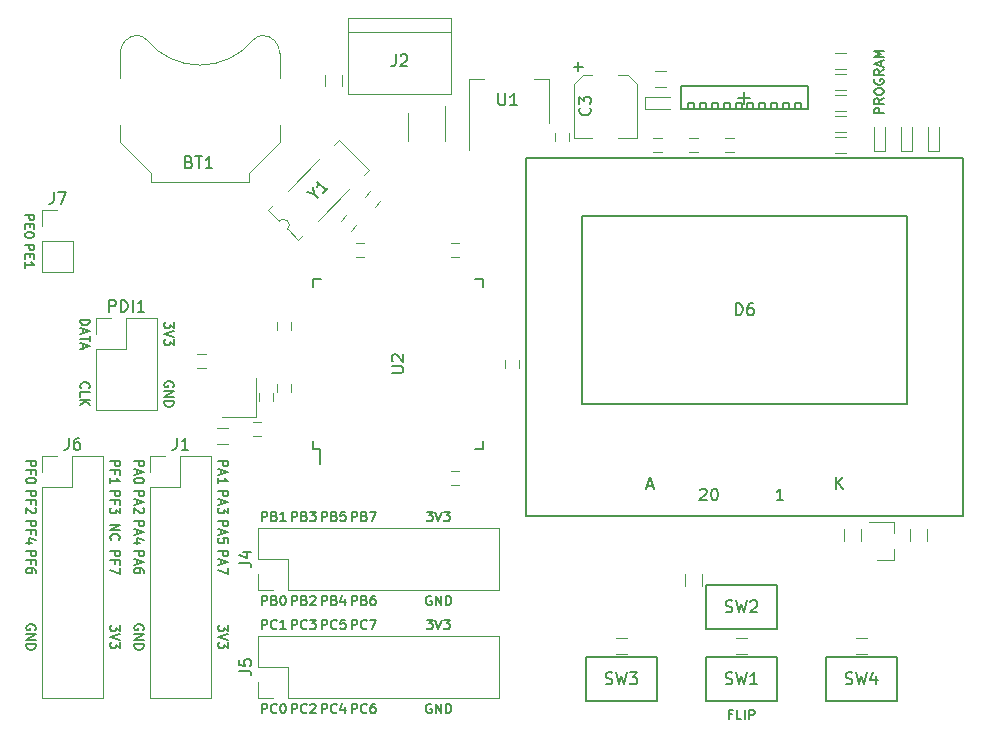
<source format=gbr>
G04 #@! TF.GenerationSoftware,KiCad,Pcbnew,(5.0.0-rc2-dev-311-g1dd4af297)*
G04 #@! TF.CreationDate,2018-04-09T10:09:18+02:00*
G04 #@! TF.ProjectId,DopplerXmega,446F70706C6572586D6567612E6B6963,rev?*
G04 #@! TF.SameCoordinates,PX6d01460PY3dc4fd0*
G04 #@! TF.FileFunction,Legend,Top*
G04 #@! TF.FilePolarity,Positive*
%FSLAX46Y46*%
G04 Gerber Fmt 4.6, Leading zero omitted, Abs format (unit mm)*
G04 Created by KiCad (PCBNEW (5.0.0-rc2-dev-311-g1dd4af297)) date 04/09/18 10:09:18*
%MOMM*%
%LPD*%
G01*
G04 APERTURE LIST*
%ADD10C,0.200000*%
%ADD11C,0.150000*%
%ADD12C,0.120000*%
G04 APERTURE END LIST*
D10*
X77577904Y-7962571D02*
X76777904Y-7962571D01*
X76777904Y-7657809D01*
X76816000Y-7581619D01*
X76854095Y-7543523D01*
X76930285Y-7505428D01*
X77044571Y-7505428D01*
X77120761Y-7543523D01*
X77158857Y-7581619D01*
X77196952Y-7657809D01*
X77196952Y-7962571D01*
X77577904Y-6705428D02*
X77196952Y-6972095D01*
X77577904Y-7162571D02*
X76777904Y-7162571D01*
X76777904Y-6857809D01*
X76816000Y-6781619D01*
X76854095Y-6743523D01*
X76930285Y-6705428D01*
X77044571Y-6705428D01*
X77120761Y-6743523D01*
X77158857Y-6781619D01*
X77196952Y-6857809D01*
X77196952Y-7162571D01*
X76777904Y-6210190D02*
X76777904Y-6057809D01*
X76816000Y-5981619D01*
X76892190Y-5905428D01*
X77044571Y-5867333D01*
X77311238Y-5867333D01*
X77463619Y-5905428D01*
X77539809Y-5981619D01*
X77577904Y-6057809D01*
X77577904Y-6210190D01*
X77539809Y-6286380D01*
X77463619Y-6362571D01*
X77311238Y-6400666D01*
X77044571Y-6400666D01*
X76892190Y-6362571D01*
X76816000Y-6286380D01*
X76777904Y-6210190D01*
X76816000Y-5105428D02*
X76777904Y-5181619D01*
X76777904Y-5295904D01*
X76816000Y-5410190D01*
X76892190Y-5486380D01*
X76968380Y-5524476D01*
X77120761Y-5562571D01*
X77235047Y-5562571D01*
X77387428Y-5524476D01*
X77463619Y-5486380D01*
X77539809Y-5410190D01*
X77577904Y-5295904D01*
X77577904Y-5219714D01*
X77539809Y-5105428D01*
X77501714Y-5067333D01*
X77235047Y-5067333D01*
X77235047Y-5219714D01*
X77577904Y-4267333D02*
X77196952Y-4534000D01*
X77577904Y-4724476D02*
X76777904Y-4724476D01*
X76777904Y-4419714D01*
X76816000Y-4343523D01*
X76854095Y-4305428D01*
X76930285Y-4267333D01*
X77044571Y-4267333D01*
X77120761Y-4305428D01*
X77158857Y-4343523D01*
X77196952Y-4419714D01*
X77196952Y-4724476D01*
X77349333Y-3962571D02*
X77349333Y-3581619D01*
X77577904Y-4038761D02*
X76777904Y-3772095D01*
X77577904Y-3505428D01*
X77577904Y-3238761D02*
X76777904Y-3238761D01*
X77349333Y-2972095D01*
X76777904Y-2705428D01*
X77577904Y-2705428D01*
X64732000Y-58870857D02*
X64465333Y-58870857D01*
X64465333Y-59289904D02*
X64465333Y-58489904D01*
X64846285Y-58489904D01*
X65532000Y-59289904D02*
X65151047Y-59289904D01*
X65151047Y-58489904D01*
X65798666Y-59289904D02*
X65798666Y-58489904D01*
X66179619Y-59289904D02*
X66179619Y-58489904D01*
X66484380Y-58489904D01*
X66560571Y-58528000D01*
X66598666Y-58566095D01*
X66636761Y-58642285D01*
X66636761Y-58756571D01*
X66598666Y-58832761D01*
X66560571Y-58870857D01*
X66484380Y-58908952D01*
X66179619Y-58908952D01*
X9620285Y-31273809D02*
X9582190Y-31235714D01*
X9544095Y-31121428D01*
X9544095Y-31045238D01*
X9582190Y-30930952D01*
X9658380Y-30854761D01*
X9734571Y-30816666D01*
X9886952Y-30778571D01*
X10001238Y-30778571D01*
X10153619Y-30816666D01*
X10229809Y-30854761D01*
X10306000Y-30930952D01*
X10344095Y-31045238D01*
X10344095Y-31121428D01*
X10306000Y-31235714D01*
X10267904Y-31273809D01*
X9544095Y-31997619D02*
X9544095Y-31616666D01*
X10344095Y-31616666D01*
X9544095Y-32264285D02*
X10344095Y-32264285D01*
X9544095Y-32721428D02*
X10001238Y-32378571D01*
X10344095Y-32721428D02*
X9886952Y-32264285D01*
X9544095Y-25470000D02*
X10344095Y-25470000D01*
X10344095Y-25660476D01*
X10306000Y-25774761D01*
X10229809Y-25850952D01*
X10153619Y-25889047D01*
X10001238Y-25927142D01*
X9886952Y-25927142D01*
X9734571Y-25889047D01*
X9658380Y-25850952D01*
X9582190Y-25774761D01*
X9544095Y-25660476D01*
X9544095Y-25470000D01*
X9772666Y-26231904D02*
X9772666Y-26612857D01*
X9544095Y-26155714D02*
X10344095Y-26422380D01*
X9544095Y-26689047D01*
X10344095Y-26841428D02*
X10344095Y-27298571D01*
X9544095Y-27070000D02*
X10344095Y-27070000D01*
X9772666Y-27527142D02*
X9772666Y-27908095D01*
X9544095Y-27450952D02*
X10344095Y-27717619D01*
X9544095Y-27984285D01*
X17418000Y-31140476D02*
X17456095Y-31064285D01*
X17456095Y-30950000D01*
X17418000Y-30835714D01*
X17341809Y-30759523D01*
X17265619Y-30721428D01*
X17113238Y-30683333D01*
X16998952Y-30683333D01*
X16846571Y-30721428D01*
X16770380Y-30759523D01*
X16694190Y-30835714D01*
X16656095Y-30950000D01*
X16656095Y-31026190D01*
X16694190Y-31140476D01*
X16732285Y-31178571D01*
X16998952Y-31178571D01*
X16998952Y-31026190D01*
X16656095Y-31521428D02*
X17456095Y-31521428D01*
X16656095Y-31978571D01*
X17456095Y-31978571D01*
X16656095Y-32359523D02*
X17456095Y-32359523D01*
X17456095Y-32550000D01*
X17418000Y-32664285D01*
X17341809Y-32740476D01*
X17265619Y-32778571D01*
X17113238Y-32816666D01*
X16998952Y-32816666D01*
X16846571Y-32778571D01*
X16770380Y-32740476D01*
X16694190Y-32664285D01*
X16656095Y-32550000D01*
X16656095Y-32359523D01*
X17456095Y-25679523D02*
X17456095Y-26174761D01*
X17151333Y-25908095D01*
X17151333Y-26022380D01*
X17113238Y-26098571D01*
X17075142Y-26136666D01*
X16998952Y-26174761D01*
X16808476Y-26174761D01*
X16732285Y-26136666D01*
X16694190Y-26098571D01*
X16656095Y-26022380D01*
X16656095Y-25793809D01*
X16694190Y-25717619D01*
X16732285Y-25679523D01*
X17456095Y-26403333D02*
X16656095Y-26670000D01*
X17456095Y-26936666D01*
X17456095Y-27127142D02*
X17456095Y-27622380D01*
X17151333Y-27355714D01*
X17151333Y-27470000D01*
X17113238Y-27546190D01*
X17075142Y-27584285D01*
X16998952Y-27622380D01*
X16808476Y-27622380D01*
X16732285Y-27584285D01*
X16694190Y-27546190D01*
X16656095Y-27470000D01*
X16656095Y-27241428D01*
X16694190Y-27165238D01*
X16732285Y-27127142D01*
X4845095Y-19113619D02*
X5645095Y-19113619D01*
X5645095Y-19418380D01*
X5607000Y-19494571D01*
X5568904Y-19532666D01*
X5492714Y-19570761D01*
X5378428Y-19570761D01*
X5302238Y-19532666D01*
X5264142Y-19494571D01*
X5226047Y-19418380D01*
X5226047Y-19113619D01*
X5264142Y-19913619D02*
X5264142Y-20180285D01*
X4845095Y-20294571D02*
X4845095Y-19913619D01*
X5645095Y-19913619D01*
X5645095Y-20294571D01*
X4845095Y-21056476D02*
X4845095Y-20599333D01*
X4845095Y-20827904D02*
X5645095Y-20827904D01*
X5530809Y-20751714D01*
X5454619Y-20675523D01*
X5416523Y-20599333D01*
X4845095Y-16573619D02*
X5645095Y-16573619D01*
X5645095Y-16878380D01*
X5607000Y-16954571D01*
X5568904Y-16992666D01*
X5492714Y-17030761D01*
X5378428Y-17030761D01*
X5302238Y-16992666D01*
X5264142Y-16954571D01*
X5226047Y-16878380D01*
X5226047Y-16573619D01*
X5264142Y-17373619D02*
X5264142Y-17640285D01*
X4845095Y-17754571D02*
X4845095Y-17373619D01*
X5645095Y-17373619D01*
X5645095Y-17754571D01*
X5645095Y-18249809D02*
X5645095Y-18326000D01*
X5607000Y-18402190D01*
X5568904Y-18440285D01*
X5492714Y-18478380D01*
X5340333Y-18516476D01*
X5149857Y-18516476D01*
X4997476Y-18478380D01*
X4921285Y-18440285D01*
X4883190Y-18402190D01*
X4845095Y-18326000D01*
X4845095Y-18249809D01*
X4883190Y-18173619D01*
X4921285Y-18135523D01*
X4997476Y-18097428D01*
X5149857Y-18059333D01*
X5340333Y-18059333D01*
X5492714Y-18097428D01*
X5568904Y-18135523D01*
X5607000Y-18173619D01*
X5645095Y-18249809D01*
X12884095Y-51333523D02*
X12884095Y-51828761D01*
X12579333Y-51562095D01*
X12579333Y-51676380D01*
X12541238Y-51752571D01*
X12503142Y-51790666D01*
X12426952Y-51828761D01*
X12236476Y-51828761D01*
X12160285Y-51790666D01*
X12122190Y-51752571D01*
X12084095Y-51676380D01*
X12084095Y-51447809D01*
X12122190Y-51371619D01*
X12160285Y-51333523D01*
X12884095Y-52057333D02*
X12084095Y-52324000D01*
X12884095Y-52590666D01*
X12884095Y-52781142D02*
X12884095Y-53276380D01*
X12579333Y-53009714D01*
X12579333Y-53124000D01*
X12541238Y-53200190D01*
X12503142Y-53238285D01*
X12426952Y-53276380D01*
X12236476Y-53276380D01*
X12160285Y-53238285D01*
X12122190Y-53200190D01*
X12084095Y-53124000D01*
X12084095Y-52895428D01*
X12122190Y-52819238D01*
X12160285Y-52781142D01*
X5734000Y-51714476D02*
X5772095Y-51638285D01*
X5772095Y-51524000D01*
X5734000Y-51409714D01*
X5657809Y-51333523D01*
X5581619Y-51295428D01*
X5429238Y-51257333D01*
X5314952Y-51257333D01*
X5162571Y-51295428D01*
X5086380Y-51333523D01*
X5010190Y-51409714D01*
X4972095Y-51524000D01*
X4972095Y-51600190D01*
X5010190Y-51714476D01*
X5048285Y-51752571D01*
X5314952Y-51752571D01*
X5314952Y-51600190D01*
X4972095Y-52095428D02*
X5772095Y-52095428D01*
X4972095Y-52552571D01*
X5772095Y-52552571D01*
X4972095Y-52933523D02*
X5772095Y-52933523D01*
X5772095Y-53124000D01*
X5734000Y-53238285D01*
X5657809Y-53314476D01*
X5581619Y-53352571D01*
X5429238Y-53390666D01*
X5314952Y-53390666D01*
X5162571Y-53352571D01*
X5086380Y-53314476D01*
X5010190Y-53238285D01*
X4972095Y-53124000D01*
X4972095Y-52933523D01*
X4972095Y-45040666D02*
X5772095Y-45040666D01*
X5772095Y-45345428D01*
X5734000Y-45421619D01*
X5695904Y-45459714D01*
X5619714Y-45497809D01*
X5505428Y-45497809D01*
X5429238Y-45459714D01*
X5391142Y-45421619D01*
X5353047Y-45345428D01*
X5353047Y-45040666D01*
X5391142Y-46107333D02*
X5391142Y-45840666D01*
X4972095Y-45840666D02*
X5772095Y-45840666D01*
X5772095Y-46221619D01*
X5772095Y-46869238D02*
X5772095Y-46716857D01*
X5734000Y-46640666D01*
X5695904Y-46602571D01*
X5581619Y-46526380D01*
X5429238Y-46488285D01*
X5124476Y-46488285D01*
X5048285Y-46526380D01*
X5010190Y-46564476D01*
X4972095Y-46640666D01*
X4972095Y-46793047D01*
X5010190Y-46869238D01*
X5048285Y-46907333D01*
X5124476Y-46945428D01*
X5314952Y-46945428D01*
X5391142Y-46907333D01*
X5429238Y-46869238D01*
X5467333Y-46793047D01*
X5467333Y-46640666D01*
X5429238Y-46564476D01*
X5391142Y-46526380D01*
X5314952Y-46488285D01*
X4972095Y-42500666D02*
X5772095Y-42500666D01*
X5772095Y-42805428D01*
X5734000Y-42881619D01*
X5695904Y-42919714D01*
X5619714Y-42957809D01*
X5505428Y-42957809D01*
X5429238Y-42919714D01*
X5391142Y-42881619D01*
X5353047Y-42805428D01*
X5353047Y-42500666D01*
X5391142Y-43567333D02*
X5391142Y-43300666D01*
X4972095Y-43300666D02*
X5772095Y-43300666D01*
X5772095Y-43681619D01*
X5505428Y-44329238D02*
X4972095Y-44329238D01*
X5810190Y-44138761D02*
X5238761Y-43948285D01*
X5238761Y-44443523D01*
X4972095Y-39960666D02*
X5772095Y-39960666D01*
X5772095Y-40265428D01*
X5734000Y-40341619D01*
X5695904Y-40379714D01*
X5619714Y-40417809D01*
X5505428Y-40417809D01*
X5429238Y-40379714D01*
X5391142Y-40341619D01*
X5353047Y-40265428D01*
X5353047Y-39960666D01*
X5391142Y-41027333D02*
X5391142Y-40760666D01*
X4972095Y-40760666D02*
X5772095Y-40760666D01*
X5772095Y-41141619D01*
X5695904Y-41408285D02*
X5734000Y-41446380D01*
X5772095Y-41522571D01*
X5772095Y-41713047D01*
X5734000Y-41789238D01*
X5695904Y-41827333D01*
X5619714Y-41865428D01*
X5543523Y-41865428D01*
X5429238Y-41827333D01*
X4972095Y-41370190D01*
X4972095Y-41865428D01*
X12084095Y-45040666D02*
X12884095Y-45040666D01*
X12884095Y-45345428D01*
X12846000Y-45421619D01*
X12807904Y-45459714D01*
X12731714Y-45497809D01*
X12617428Y-45497809D01*
X12541238Y-45459714D01*
X12503142Y-45421619D01*
X12465047Y-45345428D01*
X12465047Y-45040666D01*
X12503142Y-46107333D02*
X12503142Y-45840666D01*
X12084095Y-45840666D02*
X12884095Y-45840666D01*
X12884095Y-46221619D01*
X12884095Y-46450190D02*
X12884095Y-46983523D01*
X12084095Y-46640666D01*
X12084095Y-42805428D02*
X12884095Y-42805428D01*
X12084095Y-43262571D01*
X12884095Y-43262571D01*
X12160285Y-44100666D02*
X12122190Y-44062571D01*
X12084095Y-43948285D01*
X12084095Y-43872095D01*
X12122190Y-43757809D01*
X12198380Y-43681619D01*
X12274571Y-43643523D01*
X12426952Y-43605428D01*
X12541238Y-43605428D01*
X12693619Y-43643523D01*
X12769809Y-43681619D01*
X12846000Y-43757809D01*
X12884095Y-43872095D01*
X12884095Y-43948285D01*
X12846000Y-44062571D01*
X12807904Y-44100666D01*
X12084095Y-39960666D02*
X12884095Y-39960666D01*
X12884095Y-40265428D01*
X12846000Y-40341619D01*
X12807904Y-40379714D01*
X12731714Y-40417809D01*
X12617428Y-40417809D01*
X12541238Y-40379714D01*
X12503142Y-40341619D01*
X12465047Y-40265428D01*
X12465047Y-39960666D01*
X12503142Y-41027333D02*
X12503142Y-40760666D01*
X12084095Y-40760666D02*
X12884095Y-40760666D01*
X12884095Y-41141619D01*
X12884095Y-41370190D02*
X12884095Y-41865428D01*
X12579333Y-41598761D01*
X12579333Y-41713047D01*
X12541238Y-41789238D01*
X12503142Y-41827333D01*
X12426952Y-41865428D01*
X12236476Y-41865428D01*
X12160285Y-41827333D01*
X12122190Y-41789238D01*
X12084095Y-41713047D01*
X12084095Y-41484476D01*
X12122190Y-41408285D01*
X12160285Y-41370190D01*
X12084095Y-37420666D02*
X12884095Y-37420666D01*
X12884095Y-37725428D01*
X12846000Y-37801619D01*
X12807904Y-37839714D01*
X12731714Y-37877809D01*
X12617428Y-37877809D01*
X12541238Y-37839714D01*
X12503142Y-37801619D01*
X12465047Y-37725428D01*
X12465047Y-37420666D01*
X12503142Y-38487333D02*
X12503142Y-38220666D01*
X12084095Y-38220666D02*
X12884095Y-38220666D01*
X12884095Y-38601619D01*
X12084095Y-39325428D02*
X12084095Y-38868285D01*
X12084095Y-39096857D02*
X12884095Y-39096857D01*
X12769809Y-39020666D01*
X12693619Y-38944476D01*
X12655523Y-38868285D01*
X4972095Y-37420666D02*
X5772095Y-37420666D01*
X5772095Y-37725428D01*
X5734000Y-37801619D01*
X5695904Y-37839714D01*
X5619714Y-37877809D01*
X5505428Y-37877809D01*
X5429238Y-37839714D01*
X5391142Y-37801619D01*
X5353047Y-37725428D01*
X5353047Y-37420666D01*
X5391142Y-38487333D02*
X5391142Y-38220666D01*
X4972095Y-38220666D02*
X5772095Y-38220666D01*
X5772095Y-38601619D01*
X5772095Y-39058761D02*
X5772095Y-39134952D01*
X5734000Y-39211142D01*
X5695904Y-39249238D01*
X5619714Y-39287333D01*
X5467333Y-39325428D01*
X5276857Y-39325428D01*
X5124476Y-39287333D01*
X5048285Y-39249238D01*
X5010190Y-39211142D01*
X4972095Y-39134952D01*
X4972095Y-39058761D01*
X5010190Y-38982571D01*
X5048285Y-38944476D01*
X5124476Y-38906380D01*
X5276857Y-38868285D01*
X5467333Y-38868285D01*
X5619714Y-38906380D01*
X5695904Y-38944476D01*
X5734000Y-38982571D01*
X5772095Y-39058761D01*
X14878000Y-51714476D02*
X14916095Y-51638285D01*
X14916095Y-51524000D01*
X14878000Y-51409714D01*
X14801809Y-51333523D01*
X14725619Y-51295428D01*
X14573238Y-51257333D01*
X14458952Y-51257333D01*
X14306571Y-51295428D01*
X14230380Y-51333523D01*
X14154190Y-51409714D01*
X14116095Y-51524000D01*
X14116095Y-51600190D01*
X14154190Y-51714476D01*
X14192285Y-51752571D01*
X14458952Y-51752571D01*
X14458952Y-51600190D01*
X14116095Y-52095428D02*
X14916095Y-52095428D01*
X14116095Y-52552571D01*
X14916095Y-52552571D01*
X14116095Y-52933523D02*
X14916095Y-52933523D01*
X14916095Y-53124000D01*
X14878000Y-53238285D01*
X14801809Y-53314476D01*
X14725619Y-53352571D01*
X14573238Y-53390666D01*
X14458952Y-53390666D01*
X14306571Y-53352571D01*
X14230380Y-53314476D01*
X14154190Y-53238285D01*
X14116095Y-53124000D01*
X14116095Y-52933523D01*
X22028095Y-51333523D02*
X22028095Y-51828761D01*
X21723333Y-51562095D01*
X21723333Y-51676380D01*
X21685238Y-51752571D01*
X21647142Y-51790666D01*
X21570952Y-51828761D01*
X21380476Y-51828761D01*
X21304285Y-51790666D01*
X21266190Y-51752571D01*
X21228095Y-51676380D01*
X21228095Y-51447809D01*
X21266190Y-51371619D01*
X21304285Y-51333523D01*
X22028095Y-52057333D02*
X21228095Y-52324000D01*
X22028095Y-52590666D01*
X22028095Y-52781142D02*
X22028095Y-53276380D01*
X21723333Y-53009714D01*
X21723333Y-53124000D01*
X21685238Y-53200190D01*
X21647142Y-53238285D01*
X21570952Y-53276380D01*
X21380476Y-53276380D01*
X21304285Y-53238285D01*
X21266190Y-53200190D01*
X21228095Y-53124000D01*
X21228095Y-52895428D01*
X21266190Y-52819238D01*
X21304285Y-52781142D01*
X14116095Y-37420666D02*
X14916095Y-37420666D01*
X14916095Y-37725428D01*
X14878000Y-37801619D01*
X14839904Y-37839714D01*
X14763714Y-37877809D01*
X14649428Y-37877809D01*
X14573238Y-37839714D01*
X14535142Y-37801619D01*
X14497047Y-37725428D01*
X14497047Y-37420666D01*
X14344666Y-38182571D02*
X14344666Y-38563523D01*
X14116095Y-38106380D02*
X14916095Y-38373047D01*
X14116095Y-38639714D01*
X14916095Y-39058761D02*
X14916095Y-39134952D01*
X14878000Y-39211142D01*
X14839904Y-39249238D01*
X14763714Y-39287333D01*
X14611333Y-39325428D01*
X14420857Y-39325428D01*
X14268476Y-39287333D01*
X14192285Y-39249238D01*
X14154190Y-39211142D01*
X14116095Y-39134952D01*
X14116095Y-39058761D01*
X14154190Y-38982571D01*
X14192285Y-38944476D01*
X14268476Y-38906380D01*
X14420857Y-38868285D01*
X14611333Y-38868285D01*
X14763714Y-38906380D01*
X14839904Y-38944476D01*
X14878000Y-38982571D01*
X14916095Y-39058761D01*
X14116095Y-39960666D02*
X14916095Y-39960666D01*
X14916095Y-40265428D01*
X14878000Y-40341619D01*
X14839904Y-40379714D01*
X14763714Y-40417809D01*
X14649428Y-40417809D01*
X14573238Y-40379714D01*
X14535142Y-40341619D01*
X14497047Y-40265428D01*
X14497047Y-39960666D01*
X14344666Y-40722571D02*
X14344666Y-41103523D01*
X14116095Y-40646380D02*
X14916095Y-40913047D01*
X14116095Y-41179714D01*
X14839904Y-41408285D02*
X14878000Y-41446380D01*
X14916095Y-41522571D01*
X14916095Y-41713047D01*
X14878000Y-41789238D01*
X14839904Y-41827333D01*
X14763714Y-41865428D01*
X14687523Y-41865428D01*
X14573238Y-41827333D01*
X14116095Y-41370190D01*
X14116095Y-41865428D01*
X14116095Y-42500666D02*
X14916095Y-42500666D01*
X14916095Y-42805428D01*
X14878000Y-42881619D01*
X14839904Y-42919714D01*
X14763714Y-42957809D01*
X14649428Y-42957809D01*
X14573238Y-42919714D01*
X14535142Y-42881619D01*
X14497047Y-42805428D01*
X14497047Y-42500666D01*
X14344666Y-43262571D02*
X14344666Y-43643523D01*
X14116095Y-43186380D02*
X14916095Y-43453047D01*
X14116095Y-43719714D01*
X14649428Y-44329238D02*
X14116095Y-44329238D01*
X14954190Y-44138761D02*
X14382761Y-43948285D01*
X14382761Y-44443523D01*
X14116095Y-45040666D02*
X14916095Y-45040666D01*
X14916095Y-45345428D01*
X14878000Y-45421619D01*
X14839904Y-45459714D01*
X14763714Y-45497809D01*
X14649428Y-45497809D01*
X14573238Y-45459714D01*
X14535142Y-45421619D01*
X14497047Y-45345428D01*
X14497047Y-45040666D01*
X14344666Y-45802571D02*
X14344666Y-46183523D01*
X14116095Y-45726380D02*
X14916095Y-45993047D01*
X14116095Y-46259714D01*
X14916095Y-46869238D02*
X14916095Y-46716857D01*
X14878000Y-46640666D01*
X14839904Y-46602571D01*
X14725619Y-46526380D01*
X14573238Y-46488285D01*
X14268476Y-46488285D01*
X14192285Y-46526380D01*
X14154190Y-46564476D01*
X14116095Y-46640666D01*
X14116095Y-46793047D01*
X14154190Y-46869238D01*
X14192285Y-46907333D01*
X14268476Y-46945428D01*
X14458952Y-46945428D01*
X14535142Y-46907333D01*
X14573238Y-46869238D01*
X14611333Y-46793047D01*
X14611333Y-46640666D01*
X14573238Y-46564476D01*
X14535142Y-46526380D01*
X14458952Y-46488285D01*
X21228095Y-45040666D02*
X22028095Y-45040666D01*
X22028095Y-45345428D01*
X21990000Y-45421619D01*
X21951904Y-45459714D01*
X21875714Y-45497809D01*
X21761428Y-45497809D01*
X21685238Y-45459714D01*
X21647142Y-45421619D01*
X21609047Y-45345428D01*
X21609047Y-45040666D01*
X21456666Y-45802571D02*
X21456666Y-46183523D01*
X21228095Y-45726380D02*
X22028095Y-45993047D01*
X21228095Y-46259714D01*
X22028095Y-46450190D02*
X22028095Y-46983523D01*
X21228095Y-46640666D01*
X21228095Y-42500666D02*
X22028095Y-42500666D01*
X22028095Y-42805428D01*
X21990000Y-42881619D01*
X21951904Y-42919714D01*
X21875714Y-42957809D01*
X21761428Y-42957809D01*
X21685238Y-42919714D01*
X21647142Y-42881619D01*
X21609047Y-42805428D01*
X21609047Y-42500666D01*
X21456666Y-43262571D02*
X21456666Y-43643523D01*
X21228095Y-43186380D02*
X22028095Y-43453047D01*
X21228095Y-43719714D01*
X22028095Y-44367333D02*
X22028095Y-43986380D01*
X21647142Y-43948285D01*
X21685238Y-43986380D01*
X21723333Y-44062571D01*
X21723333Y-44253047D01*
X21685238Y-44329238D01*
X21647142Y-44367333D01*
X21570952Y-44405428D01*
X21380476Y-44405428D01*
X21304285Y-44367333D01*
X21266190Y-44329238D01*
X21228095Y-44253047D01*
X21228095Y-44062571D01*
X21266190Y-43986380D01*
X21304285Y-43948285D01*
X21228095Y-39960666D02*
X22028095Y-39960666D01*
X22028095Y-40265428D01*
X21990000Y-40341619D01*
X21951904Y-40379714D01*
X21875714Y-40417809D01*
X21761428Y-40417809D01*
X21685238Y-40379714D01*
X21647142Y-40341619D01*
X21609047Y-40265428D01*
X21609047Y-39960666D01*
X21456666Y-40722571D02*
X21456666Y-41103523D01*
X21228095Y-40646380D02*
X22028095Y-40913047D01*
X21228095Y-41179714D01*
X22028095Y-41370190D02*
X22028095Y-41865428D01*
X21723333Y-41598761D01*
X21723333Y-41713047D01*
X21685238Y-41789238D01*
X21647142Y-41827333D01*
X21570952Y-41865428D01*
X21380476Y-41865428D01*
X21304285Y-41827333D01*
X21266190Y-41789238D01*
X21228095Y-41713047D01*
X21228095Y-41484476D01*
X21266190Y-41408285D01*
X21304285Y-41370190D01*
X21228095Y-37420666D02*
X22028095Y-37420666D01*
X22028095Y-37725428D01*
X21990000Y-37801619D01*
X21951904Y-37839714D01*
X21875714Y-37877809D01*
X21761428Y-37877809D01*
X21685238Y-37839714D01*
X21647142Y-37801619D01*
X21609047Y-37725428D01*
X21609047Y-37420666D01*
X21456666Y-38182571D02*
X21456666Y-38563523D01*
X21228095Y-38106380D02*
X22028095Y-38373047D01*
X21228095Y-38639714D01*
X21228095Y-39325428D02*
X21228095Y-38868285D01*
X21228095Y-39096857D02*
X22028095Y-39096857D01*
X21913809Y-39020666D01*
X21837619Y-38944476D01*
X21799523Y-38868285D01*
X32537523Y-58781904D02*
X32537523Y-57981904D01*
X32842285Y-57981904D01*
X32918476Y-58020000D01*
X32956571Y-58058095D01*
X32994666Y-58134285D01*
X32994666Y-58248571D01*
X32956571Y-58324761D01*
X32918476Y-58362857D01*
X32842285Y-58400952D01*
X32537523Y-58400952D01*
X33794666Y-58705714D02*
X33756571Y-58743809D01*
X33642285Y-58781904D01*
X33566095Y-58781904D01*
X33451809Y-58743809D01*
X33375619Y-58667619D01*
X33337523Y-58591428D01*
X33299428Y-58439047D01*
X33299428Y-58324761D01*
X33337523Y-58172380D01*
X33375619Y-58096190D01*
X33451809Y-58020000D01*
X33566095Y-57981904D01*
X33642285Y-57981904D01*
X33756571Y-58020000D01*
X33794666Y-58058095D01*
X34480380Y-57981904D02*
X34328000Y-57981904D01*
X34251809Y-58020000D01*
X34213714Y-58058095D01*
X34137523Y-58172380D01*
X34099428Y-58324761D01*
X34099428Y-58629523D01*
X34137523Y-58705714D01*
X34175619Y-58743809D01*
X34251809Y-58781904D01*
X34404190Y-58781904D01*
X34480380Y-58743809D01*
X34518476Y-58705714D01*
X34556571Y-58629523D01*
X34556571Y-58439047D01*
X34518476Y-58362857D01*
X34480380Y-58324761D01*
X34404190Y-58286666D01*
X34251809Y-58286666D01*
X34175619Y-58324761D01*
X34137523Y-58362857D01*
X34099428Y-58439047D01*
X29997523Y-58781904D02*
X29997523Y-57981904D01*
X30302285Y-57981904D01*
X30378476Y-58020000D01*
X30416571Y-58058095D01*
X30454666Y-58134285D01*
X30454666Y-58248571D01*
X30416571Y-58324761D01*
X30378476Y-58362857D01*
X30302285Y-58400952D01*
X29997523Y-58400952D01*
X31254666Y-58705714D02*
X31216571Y-58743809D01*
X31102285Y-58781904D01*
X31026095Y-58781904D01*
X30911809Y-58743809D01*
X30835619Y-58667619D01*
X30797523Y-58591428D01*
X30759428Y-58439047D01*
X30759428Y-58324761D01*
X30797523Y-58172380D01*
X30835619Y-58096190D01*
X30911809Y-58020000D01*
X31026095Y-57981904D01*
X31102285Y-57981904D01*
X31216571Y-58020000D01*
X31254666Y-58058095D01*
X31940380Y-58248571D02*
X31940380Y-58781904D01*
X31749904Y-57943809D02*
X31559428Y-58515238D01*
X32054666Y-58515238D01*
X27457523Y-58781904D02*
X27457523Y-57981904D01*
X27762285Y-57981904D01*
X27838476Y-58020000D01*
X27876571Y-58058095D01*
X27914666Y-58134285D01*
X27914666Y-58248571D01*
X27876571Y-58324761D01*
X27838476Y-58362857D01*
X27762285Y-58400952D01*
X27457523Y-58400952D01*
X28714666Y-58705714D02*
X28676571Y-58743809D01*
X28562285Y-58781904D01*
X28486095Y-58781904D01*
X28371809Y-58743809D01*
X28295619Y-58667619D01*
X28257523Y-58591428D01*
X28219428Y-58439047D01*
X28219428Y-58324761D01*
X28257523Y-58172380D01*
X28295619Y-58096190D01*
X28371809Y-58020000D01*
X28486095Y-57981904D01*
X28562285Y-57981904D01*
X28676571Y-58020000D01*
X28714666Y-58058095D01*
X29019428Y-58058095D02*
X29057523Y-58020000D01*
X29133714Y-57981904D01*
X29324190Y-57981904D01*
X29400380Y-58020000D01*
X29438476Y-58058095D01*
X29476571Y-58134285D01*
X29476571Y-58210476D01*
X29438476Y-58324761D01*
X28981333Y-58781904D01*
X29476571Y-58781904D01*
X24917523Y-58781904D02*
X24917523Y-57981904D01*
X25222285Y-57981904D01*
X25298476Y-58020000D01*
X25336571Y-58058095D01*
X25374666Y-58134285D01*
X25374666Y-58248571D01*
X25336571Y-58324761D01*
X25298476Y-58362857D01*
X25222285Y-58400952D01*
X24917523Y-58400952D01*
X26174666Y-58705714D02*
X26136571Y-58743809D01*
X26022285Y-58781904D01*
X25946095Y-58781904D01*
X25831809Y-58743809D01*
X25755619Y-58667619D01*
X25717523Y-58591428D01*
X25679428Y-58439047D01*
X25679428Y-58324761D01*
X25717523Y-58172380D01*
X25755619Y-58096190D01*
X25831809Y-58020000D01*
X25946095Y-57981904D01*
X26022285Y-57981904D01*
X26136571Y-58020000D01*
X26174666Y-58058095D01*
X26669904Y-57981904D02*
X26746095Y-57981904D01*
X26822285Y-58020000D01*
X26860380Y-58058095D01*
X26898476Y-58134285D01*
X26936571Y-58286666D01*
X26936571Y-58477142D01*
X26898476Y-58629523D01*
X26860380Y-58705714D01*
X26822285Y-58743809D01*
X26746095Y-58781904D01*
X26669904Y-58781904D01*
X26593714Y-58743809D01*
X26555619Y-58705714D01*
X26517523Y-58629523D01*
X26479428Y-58477142D01*
X26479428Y-58286666D01*
X26517523Y-58134285D01*
X26555619Y-58058095D01*
X26593714Y-58020000D01*
X26669904Y-57981904D01*
X32537523Y-51669904D02*
X32537523Y-50869904D01*
X32842285Y-50869904D01*
X32918476Y-50908000D01*
X32956571Y-50946095D01*
X32994666Y-51022285D01*
X32994666Y-51136571D01*
X32956571Y-51212761D01*
X32918476Y-51250857D01*
X32842285Y-51288952D01*
X32537523Y-51288952D01*
X33794666Y-51593714D02*
X33756571Y-51631809D01*
X33642285Y-51669904D01*
X33566095Y-51669904D01*
X33451809Y-51631809D01*
X33375619Y-51555619D01*
X33337523Y-51479428D01*
X33299428Y-51327047D01*
X33299428Y-51212761D01*
X33337523Y-51060380D01*
X33375619Y-50984190D01*
X33451809Y-50908000D01*
X33566095Y-50869904D01*
X33642285Y-50869904D01*
X33756571Y-50908000D01*
X33794666Y-50946095D01*
X34061333Y-50869904D02*
X34594666Y-50869904D01*
X34251809Y-51669904D01*
X29997523Y-51669904D02*
X29997523Y-50869904D01*
X30302285Y-50869904D01*
X30378476Y-50908000D01*
X30416571Y-50946095D01*
X30454666Y-51022285D01*
X30454666Y-51136571D01*
X30416571Y-51212761D01*
X30378476Y-51250857D01*
X30302285Y-51288952D01*
X29997523Y-51288952D01*
X31254666Y-51593714D02*
X31216571Y-51631809D01*
X31102285Y-51669904D01*
X31026095Y-51669904D01*
X30911809Y-51631809D01*
X30835619Y-51555619D01*
X30797523Y-51479428D01*
X30759428Y-51327047D01*
X30759428Y-51212761D01*
X30797523Y-51060380D01*
X30835619Y-50984190D01*
X30911809Y-50908000D01*
X31026095Y-50869904D01*
X31102285Y-50869904D01*
X31216571Y-50908000D01*
X31254666Y-50946095D01*
X31978476Y-50869904D02*
X31597523Y-50869904D01*
X31559428Y-51250857D01*
X31597523Y-51212761D01*
X31673714Y-51174666D01*
X31864190Y-51174666D01*
X31940380Y-51212761D01*
X31978476Y-51250857D01*
X32016571Y-51327047D01*
X32016571Y-51517523D01*
X31978476Y-51593714D01*
X31940380Y-51631809D01*
X31864190Y-51669904D01*
X31673714Y-51669904D01*
X31597523Y-51631809D01*
X31559428Y-51593714D01*
X27457523Y-51669904D02*
X27457523Y-50869904D01*
X27762285Y-50869904D01*
X27838476Y-50908000D01*
X27876571Y-50946095D01*
X27914666Y-51022285D01*
X27914666Y-51136571D01*
X27876571Y-51212761D01*
X27838476Y-51250857D01*
X27762285Y-51288952D01*
X27457523Y-51288952D01*
X28714666Y-51593714D02*
X28676571Y-51631809D01*
X28562285Y-51669904D01*
X28486095Y-51669904D01*
X28371809Y-51631809D01*
X28295619Y-51555619D01*
X28257523Y-51479428D01*
X28219428Y-51327047D01*
X28219428Y-51212761D01*
X28257523Y-51060380D01*
X28295619Y-50984190D01*
X28371809Y-50908000D01*
X28486095Y-50869904D01*
X28562285Y-50869904D01*
X28676571Y-50908000D01*
X28714666Y-50946095D01*
X28981333Y-50869904D02*
X29476571Y-50869904D01*
X29209904Y-51174666D01*
X29324190Y-51174666D01*
X29400380Y-51212761D01*
X29438476Y-51250857D01*
X29476571Y-51327047D01*
X29476571Y-51517523D01*
X29438476Y-51593714D01*
X29400380Y-51631809D01*
X29324190Y-51669904D01*
X29095619Y-51669904D01*
X29019428Y-51631809D01*
X28981333Y-51593714D01*
X39268476Y-58020000D02*
X39192285Y-57981904D01*
X39078000Y-57981904D01*
X38963714Y-58020000D01*
X38887523Y-58096190D01*
X38849428Y-58172380D01*
X38811333Y-58324761D01*
X38811333Y-58439047D01*
X38849428Y-58591428D01*
X38887523Y-58667619D01*
X38963714Y-58743809D01*
X39078000Y-58781904D01*
X39154190Y-58781904D01*
X39268476Y-58743809D01*
X39306571Y-58705714D01*
X39306571Y-58439047D01*
X39154190Y-58439047D01*
X39649428Y-58781904D02*
X39649428Y-57981904D01*
X40106571Y-58781904D01*
X40106571Y-57981904D01*
X40487523Y-58781904D02*
X40487523Y-57981904D01*
X40678000Y-57981904D01*
X40792285Y-58020000D01*
X40868476Y-58096190D01*
X40906571Y-58172380D01*
X40944666Y-58324761D01*
X40944666Y-58439047D01*
X40906571Y-58591428D01*
X40868476Y-58667619D01*
X40792285Y-58743809D01*
X40678000Y-58781904D01*
X40487523Y-58781904D01*
X38887523Y-50869904D02*
X39382761Y-50869904D01*
X39116095Y-51174666D01*
X39230380Y-51174666D01*
X39306571Y-51212761D01*
X39344666Y-51250857D01*
X39382761Y-51327047D01*
X39382761Y-51517523D01*
X39344666Y-51593714D01*
X39306571Y-51631809D01*
X39230380Y-51669904D01*
X39001809Y-51669904D01*
X38925619Y-51631809D01*
X38887523Y-51593714D01*
X39611333Y-50869904D02*
X39878000Y-51669904D01*
X40144666Y-50869904D01*
X40335142Y-50869904D02*
X40830380Y-50869904D01*
X40563714Y-51174666D01*
X40678000Y-51174666D01*
X40754190Y-51212761D01*
X40792285Y-51250857D01*
X40830380Y-51327047D01*
X40830380Y-51517523D01*
X40792285Y-51593714D01*
X40754190Y-51631809D01*
X40678000Y-51669904D01*
X40449428Y-51669904D01*
X40373238Y-51631809D01*
X40335142Y-51593714D01*
X39268476Y-48876000D02*
X39192285Y-48837904D01*
X39078000Y-48837904D01*
X38963714Y-48876000D01*
X38887523Y-48952190D01*
X38849428Y-49028380D01*
X38811333Y-49180761D01*
X38811333Y-49295047D01*
X38849428Y-49447428D01*
X38887523Y-49523619D01*
X38963714Y-49599809D01*
X39078000Y-49637904D01*
X39154190Y-49637904D01*
X39268476Y-49599809D01*
X39306571Y-49561714D01*
X39306571Y-49295047D01*
X39154190Y-49295047D01*
X39649428Y-49637904D02*
X39649428Y-48837904D01*
X40106571Y-49637904D01*
X40106571Y-48837904D01*
X40487523Y-49637904D02*
X40487523Y-48837904D01*
X40678000Y-48837904D01*
X40792285Y-48876000D01*
X40868476Y-48952190D01*
X40906571Y-49028380D01*
X40944666Y-49180761D01*
X40944666Y-49295047D01*
X40906571Y-49447428D01*
X40868476Y-49523619D01*
X40792285Y-49599809D01*
X40678000Y-49637904D01*
X40487523Y-49637904D01*
X38887523Y-41725904D02*
X39382761Y-41725904D01*
X39116095Y-42030666D01*
X39230380Y-42030666D01*
X39306571Y-42068761D01*
X39344666Y-42106857D01*
X39382761Y-42183047D01*
X39382761Y-42373523D01*
X39344666Y-42449714D01*
X39306571Y-42487809D01*
X39230380Y-42525904D01*
X39001809Y-42525904D01*
X38925619Y-42487809D01*
X38887523Y-42449714D01*
X39611333Y-41725904D02*
X39878000Y-42525904D01*
X40144666Y-41725904D01*
X40335142Y-41725904D02*
X40830380Y-41725904D01*
X40563714Y-42030666D01*
X40678000Y-42030666D01*
X40754190Y-42068761D01*
X40792285Y-42106857D01*
X40830380Y-42183047D01*
X40830380Y-42373523D01*
X40792285Y-42449714D01*
X40754190Y-42487809D01*
X40678000Y-42525904D01*
X40449428Y-42525904D01*
X40373238Y-42487809D01*
X40335142Y-42449714D01*
X32537523Y-42525904D02*
X32537523Y-41725904D01*
X32842285Y-41725904D01*
X32918476Y-41764000D01*
X32956571Y-41802095D01*
X32994666Y-41878285D01*
X32994666Y-41992571D01*
X32956571Y-42068761D01*
X32918476Y-42106857D01*
X32842285Y-42144952D01*
X32537523Y-42144952D01*
X33604190Y-42106857D02*
X33718476Y-42144952D01*
X33756571Y-42183047D01*
X33794666Y-42259238D01*
X33794666Y-42373523D01*
X33756571Y-42449714D01*
X33718476Y-42487809D01*
X33642285Y-42525904D01*
X33337523Y-42525904D01*
X33337523Y-41725904D01*
X33604190Y-41725904D01*
X33680380Y-41764000D01*
X33718476Y-41802095D01*
X33756571Y-41878285D01*
X33756571Y-41954476D01*
X33718476Y-42030666D01*
X33680380Y-42068761D01*
X33604190Y-42106857D01*
X33337523Y-42106857D01*
X34061333Y-41725904D02*
X34594666Y-41725904D01*
X34251809Y-42525904D01*
X29997523Y-42525904D02*
X29997523Y-41725904D01*
X30302285Y-41725904D01*
X30378476Y-41764000D01*
X30416571Y-41802095D01*
X30454666Y-41878285D01*
X30454666Y-41992571D01*
X30416571Y-42068761D01*
X30378476Y-42106857D01*
X30302285Y-42144952D01*
X29997523Y-42144952D01*
X31064190Y-42106857D02*
X31178476Y-42144952D01*
X31216571Y-42183047D01*
X31254666Y-42259238D01*
X31254666Y-42373523D01*
X31216571Y-42449714D01*
X31178476Y-42487809D01*
X31102285Y-42525904D01*
X30797523Y-42525904D01*
X30797523Y-41725904D01*
X31064190Y-41725904D01*
X31140380Y-41764000D01*
X31178476Y-41802095D01*
X31216571Y-41878285D01*
X31216571Y-41954476D01*
X31178476Y-42030666D01*
X31140380Y-42068761D01*
X31064190Y-42106857D01*
X30797523Y-42106857D01*
X31978476Y-41725904D02*
X31597523Y-41725904D01*
X31559428Y-42106857D01*
X31597523Y-42068761D01*
X31673714Y-42030666D01*
X31864190Y-42030666D01*
X31940380Y-42068761D01*
X31978476Y-42106857D01*
X32016571Y-42183047D01*
X32016571Y-42373523D01*
X31978476Y-42449714D01*
X31940380Y-42487809D01*
X31864190Y-42525904D01*
X31673714Y-42525904D01*
X31597523Y-42487809D01*
X31559428Y-42449714D01*
X27457523Y-42525904D02*
X27457523Y-41725904D01*
X27762285Y-41725904D01*
X27838476Y-41764000D01*
X27876571Y-41802095D01*
X27914666Y-41878285D01*
X27914666Y-41992571D01*
X27876571Y-42068761D01*
X27838476Y-42106857D01*
X27762285Y-42144952D01*
X27457523Y-42144952D01*
X28524190Y-42106857D02*
X28638476Y-42144952D01*
X28676571Y-42183047D01*
X28714666Y-42259238D01*
X28714666Y-42373523D01*
X28676571Y-42449714D01*
X28638476Y-42487809D01*
X28562285Y-42525904D01*
X28257523Y-42525904D01*
X28257523Y-41725904D01*
X28524190Y-41725904D01*
X28600380Y-41764000D01*
X28638476Y-41802095D01*
X28676571Y-41878285D01*
X28676571Y-41954476D01*
X28638476Y-42030666D01*
X28600380Y-42068761D01*
X28524190Y-42106857D01*
X28257523Y-42106857D01*
X28981333Y-41725904D02*
X29476571Y-41725904D01*
X29209904Y-42030666D01*
X29324190Y-42030666D01*
X29400380Y-42068761D01*
X29438476Y-42106857D01*
X29476571Y-42183047D01*
X29476571Y-42373523D01*
X29438476Y-42449714D01*
X29400380Y-42487809D01*
X29324190Y-42525904D01*
X29095619Y-42525904D01*
X29019428Y-42487809D01*
X28981333Y-42449714D01*
X24917523Y-42525904D02*
X24917523Y-41725904D01*
X25222285Y-41725904D01*
X25298476Y-41764000D01*
X25336571Y-41802095D01*
X25374666Y-41878285D01*
X25374666Y-41992571D01*
X25336571Y-42068761D01*
X25298476Y-42106857D01*
X25222285Y-42144952D01*
X24917523Y-42144952D01*
X25984190Y-42106857D02*
X26098476Y-42144952D01*
X26136571Y-42183047D01*
X26174666Y-42259238D01*
X26174666Y-42373523D01*
X26136571Y-42449714D01*
X26098476Y-42487809D01*
X26022285Y-42525904D01*
X25717523Y-42525904D01*
X25717523Y-41725904D01*
X25984190Y-41725904D01*
X26060380Y-41764000D01*
X26098476Y-41802095D01*
X26136571Y-41878285D01*
X26136571Y-41954476D01*
X26098476Y-42030666D01*
X26060380Y-42068761D01*
X25984190Y-42106857D01*
X25717523Y-42106857D01*
X26936571Y-42525904D02*
X26479428Y-42525904D01*
X26708000Y-42525904D02*
X26708000Y-41725904D01*
X26631809Y-41840190D01*
X26555619Y-41916380D01*
X26479428Y-41954476D01*
X32537523Y-49637904D02*
X32537523Y-48837904D01*
X32842285Y-48837904D01*
X32918476Y-48876000D01*
X32956571Y-48914095D01*
X32994666Y-48990285D01*
X32994666Y-49104571D01*
X32956571Y-49180761D01*
X32918476Y-49218857D01*
X32842285Y-49256952D01*
X32537523Y-49256952D01*
X33604190Y-49218857D02*
X33718476Y-49256952D01*
X33756571Y-49295047D01*
X33794666Y-49371238D01*
X33794666Y-49485523D01*
X33756571Y-49561714D01*
X33718476Y-49599809D01*
X33642285Y-49637904D01*
X33337523Y-49637904D01*
X33337523Y-48837904D01*
X33604190Y-48837904D01*
X33680380Y-48876000D01*
X33718476Y-48914095D01*
X33756571Y-48990285D01*
X33756571Y-49066476D01*
X33718476Y-49142666D01*
X33680380Y-49180761D01*
X33604190Y-49218857D01*
X33337523Y-49218857D01*
X34480380Y-48837904D02*
X34328000Y-48837904D01*
X34251809Y-48876000D01*
X34213714Y-48914095D01*
X34137523Y-49028380D01*
X34099428Y-49180761D01*
X34099428Y-49485523D01*
X34137523Y-49561714D01*
X34175619Y-49599809D01*
X34251809Y-49637904D01*
X34404190Y-49637904D01*
X34480380Y-49599809D01*
X34518476Y-49561714D01*
X34556571Y-49485523D01*
X34556571Y-49295047D01*
X34518476Y-49218857D01*
X34480380Y-49180761D01*
X34404190Y-49142666D01*
X34251809Y-49142666D01*
X34175619Y-49180761D01*
X34137523Y-49218857D01*
X34099428Y-49295047D01*
X29997523Y-49637904D02*
X29997523Y-48837904D01*
X30302285Y-48837904D01*
X30378476Y-48876000D01*
X30416571Y-48914095D01*
X30454666Y-48990285D01*
X30454666Y-49104571D01*
X30416571Y-49180761D01*
X30378476Y-49218857D01*
X30302285Y-49256952D01*
X29997523Y-49256952D01*
X31064190Y-49218857D02*
X31178476Y-49256952D01*
X31216571Y-49295047D01*
X31254666Y-49371238D01*
X31254666Y-49485523D01*
X31216571Y-49561714D01*
X31178476Y-49599809D01*
X31102285Y-49637904D01*
X30797523Y-49637904D01*
X30797523Y-48837904D01*
X31064190Y-48837904D01*
X31140380Y-48876000D01*
X31178476Y-48914095D01*
X31216571Y-48990285D01*
X31216571Y-49066476D01*
X31178476Y-49142666D01*
X31140380Y-49180761D01*
X31064190Y-49218857D01*
X30797523Y-49218857D01*
X31940380Y-49104571D02*
X31940380Y-49637904D01*
X31749904Y-48799809D02*
X31559428Y-49371238D01*
X32054666Y-49371238D01*
X24917523Y-51669904D02*
X24917523Y-50869904D01*
X25222285Y-50869904D01*
X25298476Y-50908000D01*
X25336571Y-50946095D01*
X25374666Y-51022285D01*
X25374666Y-51136571D01*
X25336571Y-51212761D01*
X25298476Y-51250857D01*
X25222285Y-51288952D01*
X24917523Y-51288952D01*
X26174666Y-51593714D02*
X26136571Y-51631809D01*
X26022285Y-51669904D01*
X25946095Y-51669904D01*
X25831809Y-51631809D01*
X25755619Y-51555619D01*
X25717523Y-51479428D01*
X25679428Y-51327047D01*
X25679428Y-51212761D01*
X25717523Y-51060380D01*
X25755619Y-50984190D01*
X25831809Y-50908000D01*
X25946095Y-50869904D01*
X26022285Y-50869904D01*
X26136571Y-50908000D01*
X26174666Y-50946095D01*
X26936571Y-51669904D02*
X26479428Y-51669904D01*
X26708000Y-51669904D02*
X26708000Y-50869904D01*
X26631809Y-50984190D01*
X26555619Y-51060380D01*
X26479428Y-51098476D01*
X27457523Y-49637904D02*
X27457523Y-48837904D01*
X27762285Y-48837904D01*
X27838476Y-48876000D01*
X27876571Y-48914095D01*
X27914666Y-48990285D01*
X27914666Y-49104571D01*
X27876571Y-49180761D01*
X27838476Y-49218857D01*
X27762285Y-49256952D01*
X27457523Y-49256952D01*
X28524190Y-49218857D02*
X28638476Y-49256952D01*
X28676571Y-49295047D01*
X28714666Y-49371238D01*
X28714666Y-49485523D01*
X28676571Y-49561714D01*
X28638476Y-49599809D01*
X28562285Y-49637904D01*
X28257523Y-49637904D01*
X28257523Y-48837904D01*
X28524190Y-48837904D01*
X28600380Y-48876000D01*
X28638476Y-48914095D01*
X28676571Y-48990285D01*
X28676571Y-49066476D01*
X28638476Y-49142666D01*
X28600380Y-49180761D01*
X28524190Y-49218857D01*
X28257523Y-49218857D01*
X29019428Y-48914095D02*
X29057523Y-48876000D01*
X29133714Y-48837904D01*
X29324190Y-48837904D01*
X29400380Y-48876000D01*
X29438476Y-48914095D01*
X29476571Y-48990285D01*
X29476571Y-49066476D01*
X29438476Y-49180761D01*
X28981333Y-49637904D01*
X29476571Y-49637904D01*
X24917523Y-49637904D02*
X24917523Y-48837904D01*
X25222285Y-48837904D01*
X25298476Y-48876000D01*
X25336571Y-48914095D01*
X25374666Y-48990285D01*
X25374666Y-49104571D01*
X25336571Y-49180761D01*
X25298476Y-49218857D01*
X25222285Y-49256952D01*
X24917523Y-49256952D01*
X25984190Y-49218857D02*
X26098476Y-49256952D01*
X26136571Y-49295047D01*
X26174666Y-49371238D01*
X26174666Y-49485523D01*
X26136571Y-49561714D01*
X26098476Y-49599809D01*
X26022285Y-49637904D01*
X25717523Y-49637904D01*
X25717523Y-48837904D01*
X25984190Y-48837904D01*
X26060380Y-48876000D01*
X26098476Y-48914095D01*
X26136571Y-48990285D01*
X26136571Y-49066476D01*
X26098476Y-49142666D01*
X26060380Y-49180761D01*
X25984190Y-49218857D01*
X25717523Y-49218857D01*
X26669904Y-48837904D02*
X26746095Y-48837904D01*
X26822285Y-48876000D01*
X26860380Y-48914095D01*
X26898476Y-48990285D01*
X26936571Y-49142666D01*
X26936571Y-49333142D01*
X26898476Y-49485523D01*
X26860380Y-49561714D01*
X26822285Y-49599809D01*
X26746095Y-49637904D01*
X26669904Y-49637904D01*
X26593714Y-49599809D01*
X26555619Y-49561714D01*
X26517523Y-49485523D01*
X26479428Y-49333142D01*
X26479428Y-49142666D01*
X26517523Y-48990285D01*
X26555619Y-48914095D01*
X26593714Y-48876000D01*
X26669904Y-48837904D01*
D11*
X65786000Y-6146800D02*
X65786000Y-7162800D01*
X65278000Y-6654800D02*
X66294000Y-6654800D01*
X65536000Y-7654800D02*
X65536000Y-7154800D01*
X65536000Y-7154800D02*
X65036000Y-7154800D01*
X65036000Y-7154800D02*
X65036000Y-7654800D01*
X65036000Y-7654800D02*
X64536000Y-7654800D01*
X64536000Y-7654800D02*
X64536000Y-7154800D01*
X64536000Y-7154800D02*
X64036000Y-7154800D01*
X64036000Y-7154800D02*
X64036000Y-7654800D01*
X64036000Y-7654800D02*
X63536000Y-7654800D01*
X63536000Y-7654800D02*
X63536000Y-7154800D01*
X63536000Y-7154800D02*
X63036000Y-7154800D01*
X63036000Y-7154800D02*
X63036000Y-7654800D01*
X63036000Y-7654800D02*
X62536000Y-7654800D01*
X62536000Y-7654800D02*
X62536000Y-7154800D01*
X62536000Y-7154800D02*
X62036000Y-7154800D01*
X62036000Y-7154800D02*
X62036000Y-7654800D01*
X62036000Y-7654800D02*
X61536000Y-7654800D01*
X61536000Y-7654800D02*
X61536000Y-7154800D01*
X61536000Y-7154800D02*
X61036000Y-7154800D01*
X61036000Y-7154800D02*
X61036000Y-7654800D01*
X66036000Y-7654800D02*
X66036000Y-7154800D01*
X66036000Y-7154800D02*
X66536000Y-7154800D01*
X66536000Y-7154800D02*
X66536000Y-7654800D01*
X66536000Y-7654800D02*
X67036000Y-7654800D01*
X67036000Y-7654800D02*
X67036000Y-7154800D01*
X67036000Y-7154800D02*
X67536000Y-7154800D01*
X67536000Y-7154800D02*
X67536000Y-7654800D01*
X67536000Y-7654800D02*
X68036000Y-7654800D01*
X68036000Y-7654800D02*
X68036000Y-7154800D01*
X68036000Y-7154800D02*
X68536000Y-7154800D01*
X68536000Y-7154800D02*
X68536000Y-7654800D01*
X68536000Y-7654800D02*
X69036000Y-7654800D01*
X69036000Y-7654800D02*
X69036000Y-7154800D01*
X69036000Y-7154800D02*
X69536000Y-7154800D01*
X69536000Y-7154800D02*
X69536000Y-7654800D01*
X69536000Y-7654800D02*
X70036000Y-7654800D01*
X70036000Y-7654800D02*
X70036000Y-7154800D01*
X70036000Y-7154800D02*
X70536000Y-7154800D01*
X70536000Y-7154800D02*
X70536000Y-7654800D01*
X60436000Y-5654800D02*
X71136000Y-5654800D01*
X71136000Y-5654800D02*
X71136000Y-7654800D01*
X71136000Y-7654800D02*
X60436000Y-7654800D01*
X60436000Y-7654800D02*
X60436000Y-5654800D01*
X47286000Y-24638000D02*
X47286000Y-42088000D01*
X47286000Y-42088000D02*
X84286000Y-42088000D01*
X84286000Y-42088000D02*
X84286000Y-24638000D01*
X47286000Y-24638000D02*
X47286000Y-11788000D01*
X47286000Y-11788000D02*
X84286000Y-11788000D01*
X84286000Y-11788000D02*
X84286000Y-24638000D01*
X52036000Y-16648000D02*
X79536000Y-16648000D01*
X79536000Y-16648000D02*
X79536000Y-32628000D01*
X79536000Y-32628000D02*
X52036000Y-32628000D01*
X52036000Y-32628000D02*
X52036000Y-16648000D01*
D12*
X15434000Y-57464000D02*
X20634000Y-57464000D01*
X15434000Y-39624000D02*
X15434000Y-57464000D01*
X20634000Y-37024000D02*
X20634000Y-57464000D01*
X15434000Y-39624000D02*
X18034000Y-39624000D01*
X18034000Y-39624000D02*
X18034000Y-37024000D01*
X18034000Y-37024000D02*
X20634000Y-37024000D01*
X15434000Y-38354000D02*
X15434000Y-37024000D01*
X15434000Y-37024000D02*
X16764000Y-37024000D01*
X74414000Y-9570000D02*
X73414000Y-9570000D01*
X73414000Y-8210000D02*
X74414000Y-8210000D01*
X30308000Y-5707000D02*
X30308000Y-4707000D01*
X31668000Y-4707000D02*
X31668000Y-5707000D01*
D11*
X29274000Y-36385000D02*
X29849000Y-36385000D01*
X29274000Y-22035000D02*
X29949000Y-22035000D01*
X43624000Y-22035000D02*
X42949000Y-22035000D01*
X43624000Y-36385000D02*
X42949000Y-36385000D01*
X29274000Y-36385000D02*
X29274000Y-35710000D01*
X43624000Y-36385000D02*
X43624000Y-35710000D01*
X43624000Y-22035000D02*
X43624000Y-22710000D01*
X29274000Y-22035000D02*
X29274000Y-22710000D01*
X29849000Y-36385000D02*
X29849000Y-37660000D01*
D12*
X30990792Y-10659623D02*
X31415056Y-10235359D01*
X31415056Y-10235359D02*
X33960641Y-12780944D01*
X33960641Y-12780944D02*
X33536377Y-13205208D01*
X27101705Y-14548711D02*
X29788711Y-11861705D01*
X26394598Y-17094295D02*
X25475359Y-16175056D01*
X28020944Y-18720641D02*
X27101705Y-17801402D01*
X25475359Y-16175056D02*
X25899623Y-15750792D01*
X28020944Y-18720641D02*
X28445208Y-18296377D01*
X32334295Y-14407289D02*
X29647289Y-17094295D01*
X27101706Y-17801401D02*
G75*
G03X26394598Y-17094295I-353554J353553D01*
G01*
X33598600Y-20158000D02*
X32898600Y-20158000D01*
X32898600Y-18958000D02*
X33598600Y-18958000D01*
X49257000Y-5075000D02*
X47997000Y-5075000D01*
X42437000Y-5075000D02*
X43697000Y-5075000D01*
X49257000Y-8835000D02*
X49257000Y-5075000D01*
X42437000Y-11085000D02*
X42437000Y-5075000D01*
X37312000Y-7944000D02*
X37312000Y-10344000D01*
X40412000Y-10344000D02*
X40412000Y-7394000D01*
X40926000Y93000D02*
X32226000Y93000D01*
X40926000Y-6317000D02*
X32226000Y-6317000D01*
X32226000Y-6317000D02*
X32226000Y93000D01*
X32226000Y-1137000D02*
X40926000Y-1137000D01*
X40926000Y93000D02*
X40926000Y-6317000D01*
X50955500Y-9619500D02*
X50955500Y-10319500D01*
X49755500Y-10319500D02*
X49755500Y-9619500D01*
X56665000Y-10099500D02*
X55115000Y-10099500D01*
X51335000Y-10099500D02*
X52885000Y-10099500D01*
X52095000Y-4759500D02*
X52885000Y-4759500D01*
X55905000Y-4759500D02*
X55115000Y-4759500D01*
X56665000Y-10099500D02*
X56665000Y-5519500D01*
X56665000Y-5519500D02*
X55905000Y-4759500D01*
X52095000Y-4759500D02*
X51335000Y-5519500D01*
X51335000Y-5519500D02*
X51335000Y-10099500D01*
X21587000Y-33679400D02*
X24387000Y-33679400D01*
X24387000Y-33679400D02*
X24387000Y-30379400D01*
X27397000Y-30866600D02*
X27397000Y-31566600D01*
X26197000Y-31566600D02*
X26197000Y-30866600D01*
X24673000Y-32354000D02*
X24673000Y-31654000D01*
X25873000Y-31654000D02*
X25873000Y-32354000D01*
X40899600Y-38262000D02*
X41599600Y-38262000D01*
X41599600Y-39462000D02*
X40899600Y-39462000D01*
X45501000Y-29560000D02*
X45501000Y-28860000D01*
X46701000Y-28860000D02*
X46701000Y-29560000D01*
X41599600Y-20158000D02*
X40899600Y-20158000D01*
X40899600Y-18958000D02*
X41599600Y-18958000D01*
X27397000Y-25659600D02*
X27397000Y-26359600D01*
X26197000Y-26359600D02*
X26197000Y-25659600D01*
X24186400Y-34121800D02*
X24886400Y-34121800D01*
X24886400Y-35321800D02*
X24186400Y-35321800D01*
X21090000Y-34626000D02*
X22090000Y-34626000D01*
X22090000Y-35986000D02*
X21090000Y-35986000D01*
X19462000Y-28356000D02*
X20162000Y-28356000D01*
X20162000Y-29556000D02*
X19462000Y-29556000D01*
X61118000Y-10068000D02*
X61818000Y-10068000D01*
X61818000Y-11268000D02*
X61118000Y-11268000D01*
X64166000Y-10068000D02*
X64866000Y-10068000D01*
X64866000Y-11268000D02*
X64166000Y-11268000D01*
X58770000Y-11268000D02*
X58070000Y-11268000D01*
X58070000Y-10068000D02*
X58770000Y-10068000D01*
X81198000Y-43188000D02*
X81198000Y-44188000D01*
X79838000Y-44188000D02*
X79838000Y-43188000D01*
X65032000Y-52406000D02*
X66032000Y-52406000D01*
X66032000Y-53766000D02*
X65032000Y-53766000D01*
X60788000Y-47998000D02*
X60788000Y-46998000D01*
X62148000Y-46998000D02*
X62148000Y-47998000D01*
X54872000Y-52406000D02*
X55872000Y-52406000D01*
X55872000Y-53766000D02*
X54872000Y-53766000D01*
D11*
X65532000Y-57730000D02*
X62532000Y-57730000D01*
X62532000Y-57730000D02*
X62532000Y-54030000D01*
X62532000Y-54030000D02*
X68532000Y-54030000D01*
X68532000Y-54030000D02*
X68532000Y-57730000D01*
X68532000Y-57730000D02*
X65532000Y-57730000D01*
X65532000Y-51634000D02*
X62532000Y-51634000D01*
X62532000Y-51634000D02*
X62532000Y-47934000D01*
X62532000Y-47934000D02*
X68532000Y-47934000D01*
X68532000Y-47934000D02*
X68532000Y-51634000D01*
X68532000Y-51634000D02*
X65532000Y-51634000D01*
X55372000Y-57730000D02*
X52372000Y-57730000D01*
X52372000Y-57730000D02*
X52372000Y-54030000D01*
X52372000Y-54030000D02*
X58372000Y-54030000D01*
X58372000Y-54030000D02*
X58372000Y-57730000D01*
X58372000Y-57730000D02*
X55372000Y-57730000D01*
D12*
X75192000Y-52406000D02*
X76192000Y-52406000D01*
X76192000Y-53766000D02*
X75192000Y-53766000D01*
D11*
X75692000Y-57730000D02*
X72692000Y-57730000D01*
X72692000Y-57730000D02*
X72692000Y-54030000D01*
X72692000Y-54030000D02*
X78692000Y-54030000D01*
X78692000Y-54030000D02*
X78692000Y-57730000D01*
X78692000Y-57730000D02*
X75692000Y-57730000D01*
D12*
X78484000Y-45776000D02*
X78484000Y-44846000D01*
X78484000Y-42616000D02*
X78484000Y-43546000D01*
X78484000Y-42616000D02*
X76324000Y-42616000D01*
X78484000Y-45776000D02*
X77024000Y-45776000D01*
X74250000Y-44188000D02*
X74250000Y-43188000D01*
X75610000Y-43188000D02*
X75610000Y-44188000D01*
X10862000Y-33080000D02*
X16062000Y-33080000D01*
X10862000Y-27940000D02*
X10862000Y-33080000D01*
X16062000Y-25340000D02*
X16062000Y-33080000D01*
X10862000Y-27940000D02*
X13462000Y-27940000D01*
X13462000Y-27940000D02*
X13462000Y-25340000D01*
X13462000Y-25340000D02*
X16062000Y-25340000D01*
X10862000Y-26670000D02*
X10862000Y-25340000D01*
X10862000Y-25340000D02*
X12192000Y-25340000D01*
X33618249Y-15063223D02*
X34113223Y-14568249D01*
X34961751Y-15416777D02*
X34466777Y-15911751D01*
X32929751Y-17448777D02*
X32434777Y-17943751D01*
X31586249Y-17095223D02*
X32081223Y-16600249D01*
X74414000Y-11348000D02*
X73414000Y-11348000D01*
X73414000Y-9988000D02*
X74414000Y-9988000D01*
X45018000Y-48320000D02*
X45018000Y-43120000D01*
X27178000Y-48320000D02*
X45018000Y-48320000D01*
X24578000Y-43120000D02*
X45018000Y-43120000D01*
X27178000Y-48320000D02*
X27178000Y-45720000D01*
X27178000Y-45720000D02*
X24578000Y-45720000D01*
X24578000Y-45720000D02*
X24578000Y-43120000D01*
X25908000Y-48320000D02*
X24578000Y-48320000D01*
X24578000Y-48320000D02*
X24578000Y-46990000D01*
X45018000Y-57464000D02*
X45018000Y-52264000D01*
X27178000Y-57464000D02*
X45018000Y-57464000D01*
X24578000Y-52264000D02*
X45018000Y-52264000D01*
X27178000Y-57464000D02*
X27178000Y-54864000D01*
X27178000Y-54864000D02*
X24578000Y-54864000D01*
X24578000Y-54864000D02*
X24578000Y-52264000D01*
X25908000Y-57464000D02*
X24578000Y-57464000D01*
X24578000Y-57464000D02*
X24578000Y-56134000D01*
X6290000Y-57464000D02*
X11490000Y-57464000D01*
X6290000Y-39624000D02*
X6290000Y-57464000D01*
X11490000Y-37024000D02*
X11490000Y-57464000D01*
X6290000Y-39624000D02*
X8890000Y-39624000D01*
X8890000Y-39624000D02*
X8890000Y-37024000D01*
X8890000Y-37024000D02*
X11490000Y-37024000D01*
X6290000Y-38354000D02*
X6290000Y-37024000D01*
X6290000Y-37024000D02*
X7620000Y-37024000D01*
X6290000Y-21396000D02*
X8950000Y-21396000D01*
X6290000Y-18796000D02*
X6290000Y-21396000D01*
X8950000Y-18796000D02*
X8950000Y-21396000D01*
X6290000Y-18796000D02*
X8950000Y-18796000D01*
X6290000Y-17526000D02*
X6290000Y-16196000D01*
X6290000Y-16196000D02*
X7620000Y-16196000D01*
X57374000Y-6612000D02*
X57374000Y-7612000D01*
X57374000Y-7612000D02*
X59474000Y-7612000D01*
X57374000Y-6612000D02*
X59474000Y-6612000D01*
X59174000Y-5760000D02*
X58174000Y-5760000D01*
X58174000Y-4400000D02*
X59174000Y-4400000D01*
X76716000Y-11206000D02*
X77716000Y-11206000D01*
X77716000Y-11206000D02*
X77716000Y-9106000D01*
X76716000Y-11206000D02*
X76716000Y-9106000D01*
X79002000Y-11206000D02*
X80002000Y-11206000D01*
X80002000Y-11206000D02*
X80002000Y-9106000D01*
X79002000Y-11206000D02*
X79002000Y-9106000D01*
X81288000Y-11206000D02*
X82288000Y-11206000D01*
X82288000Y-11206000D02*
X82288000Y-9106000D01*
X81288000Y-11206000D02*
X81288000Y-9106000D01*
X74414000Y-7792000D02*
X73414000Y-7792000D01*
X73414000Y-6432000D02*
X74414000Y-6432000D01*
X74414000Y-6014000D02*
X73414000Y-6014000D01*
X73414000Y-4654000D02*
X74414000Y-4654000D01*
X74414000Y-4236000D02*
X73414000Y-4236000D01*
X73414000Y-2876000D02*
X74414000Y-2876000D01*
X14270385Y-1400840D02*
G75*
G02X15185000Y-1785000I124615J-984160D01*
G01*
X25099615Y-1400840D02*
G75*
G03X24185000Y-1785000I-124615J-984160D01*
G01*
X15194339Y-1796329D02*
G75*
G03X24185000Y-1785000I4490661J3711329D01*
G01*
X12935000Y-2935000D02*
G75*
G02X14385000Y-1385000I1500000J50000D01*
G01*
X26435000Y-2935000D02*
G75*
G03X24985000Y-1385000I-1500000J50000D01*
G01*
X12935000Y-4985000D02*
X12935000Y-2885000D01*
X26435000Y-4985000D02*
X26435000Y-2885000D01*
X26435000Y-8985000D02*
X26435000Y-10435000D01*
X26435000Y-10435000D02*
X23835000Y-13035000D01*
X23835000Y-13035000D02*
X23835000Y-13835000D01*
X23835000Y-13835000D02*
X15535000Y-13835000D01*
X15535000Y-13835000D02*
X15535000Y-13035000D01*
X15535000Y-13035000D02*
X12935000Y-10435000D01*
X12935000Y-10435000D02*
X12935000Y-8985000D01*
D11*
X65047904Y-25090380D02*
X65047904Y-24090380D01*
X65286000Y-24090380D01*
X65428857Y-24138000D01*
X65524095Y-24233238D01*
X65571714Y-24328476D01*
X65619333Y-24518952D01*
X65619333Y-24661809D01*
X65571714Y-24852285D01*
X65524095Y-24947523D01*
X65428857Y-25042761D01*
X65286000Y-25090380D01*
X65047904Y-25090380D01*
X66476476Y-24090380D02*
X66286000Y-24090380D01*
X66190761Y-24138000D01*
X66143142Y-24185619D01*
X66047904Y-24328476D01*
X66000285Y-24518952D01*
X66000285Y-24899904D01*
X66047904Y-24995142D01*
X66095523Y-25042761D01*
X66190761Y-25090380D01*
X66381238Y-25090380D01*
X66476476Y-25042761D01*
X66524095Y-24995142D01*
X66571714Y-24899904D01*
X66571714Y-24661809D01*
X66524095Y-24566571D01*
X66476476Y-24518952D01*
X66381238Y-24471333D01*
X66190761Y-24471333D01*
X66095523Y-24518952D01*
X66047904Y-24566571D01*
X66000285Y-24661809D01*
X69071714Y-40770380D02*
X68500285Y-40770380D01*
X68786000Y-40770380D02*
X68786000Y-39770380D01*
X68690761Y-39913238D01*
X68595523Y-40008476D01*
X68500285Y-40056095D01*
X62024095Y-39865619D02*
X62071714Y-39818000D01*
X62166952Y-39770380D01*
X62405047Y-39770380D01*
X62500285Y-39818000D01*
X62547904Y-39865619D01*
X62595523Y-39960857D01*
X62595523Y-40056095D01*
X62547904Y-40198952D01*
X61976476Y-40770380D01*
X62595523Y-40770380D01*
X63214571Y-39770380D02*
X63309809Y-39770380D01*
X63405047Y-39818000D01*
X63452666Y-39865619D01*
X63500285Y-39960857D01*
X63547904Y-40151333D01*
X63547904Y-40389428D01*
X63500285Y-40579904D01*
X63452666Y-40675142D01*
X63405047Y-40722761D01*
X63309809Y-40770380D01*
X63214571Y-40770380D01*
X63119333Y-40722761D01*
X63071714Y-40675142D01*
X63024095Y-40579904D01*
X62976476Y-40389428D01*
X62976476Y-40151333D01*
X63024095Y-39960857D01*
X63071714Y-39865619D01*
X63119333Y-39818000D01*
X63214571Y-39770380D01*
X73525095Y-39822380D02*
X73525095Y-38822380D01*
X74096523Y-39822380D02*
X73667952Y-39250952D01*
X74096523Y-38822380D02*
X73525095Y-39393809D01*
X57546904Y-39536666D02*
X58023095Y-39536666D01*
X57451666Y-39822380D02*
X57785000Y-38822380D01*
X58118333Y-39822380D01*
X17700666Y-35476380D02*
X17700666Y-36190666D01*
X17653047Y-36333523D01*
X17557809Y-36428761D01*
X17414952Y-36476380D01*
X17319714Y-36476380D01*
X18700666Y-36476380D02*
X18129238Y-36476380D01*
X18414952Y-36476380D02*
X18414952Y-35476380D01*
X18319714Y-35619238D01*
X18224476Y-35714476D01*
X18129238Y-35762095D01*
X35901380Y-29971904D02*
X36710904Y-29971904D01*
X36806142Y-29924285D01*
X36853761Y-29876666D01*
X36901380Y-29781428D01*
X36901380Y-29590952D01*
X36853761Y-29495714D01*
X36806142Y-29448095D01*
X36710904Y-29400476D01*
X35901380Y-29400476D01*
X35996619Y-28971904D02*
X35949000Y-28924285D01*
X35901380Y-28829047D01*
X35901380Y-28590952D01*
X35949000Y-28495714D01*
X35996619Y-28448095D01*
X36091857Y-28400476D01*
X36187095Y-28400476D01*
X36329952Y-28448095D01*
X36901380Y-29019523D01*
X36901380Y-28400476D01*
X29364446Y-14797881D02*
X29701164Y-15134599D01*
X28758355Y-14663194D02*
X29364446Y-14797881D01*
X29229759Y-14191790D01*
X30542957Y-14292805D02*
X30138896Y-14696866D01*
X30340927Y-14494835D02*
X29633820Y-13787729D01*
X29667492Y-13956087D01*
X29667492Y-14090774D01*
X29633820Y-14191790D01*
X44958095Y-6310380D02*
X44958095Y-7119904D01*
X45005714Y-7215142D01*
X45053333Y-7262761D01*
X45148571Y-7310380D01*
X45339047Y-7310380D01*
X45434285Y-7262761D01*
X45481904Y-7215142D01*
X45529523Y-7119904D01*
X45529523Y-6310380D01*
X46529523Y-7310380D02*
X45958095Y-7310380D01*
X46243809Y-7310380D02*
X46243809Y-6310380D01*
X46148571Y-6453238D01*
X46053333Y-6548476D01*
X45958095Y-6596095D01*
X36242666Y-3008380D02*
X36242666Y-3722666D01*
X36195047Y-3865523D01*
X36099809Y-3960761D01*
X35956952Y-4008380D01*
X35861714Y-4008380D01*
X36671238Y-3103619D02*
X36718857Y-3056000D01*
X36814095Y-3008380D01*
X37052190Y-3008380D01*
X37147428Y-3056000D01*
X37195047Y-3103619D01*
X37242666Y-3198857D01*
X37242666Y-3294095D01*
X37195047Y-3436952D01*
X36623619Y-4008380D01*
X37242666Y-4008380D01*
X52681142Y-7532666D02*
X52728761Y-7580285D01*
X52776380Y-7723142D01*
X52776380Y-7818380D01*
X52728761Y-7961238D01*
X52633523Y-8056476D01*
X52538285Y-8104095D01*
X52347809Y-8151714D01*
X52204952Y-8151714D01*
X52014476Y-8104095D01*
X51919238Y-8056476D01*
X51824000Y-7961238D01*
X51776380Y-7818380D01*
X51776380Y-7723142D01*
X51824000Y-7580285D01*
X51871619Y-7532666D01*
X51776380Y-7199333D02*
X51776380Y-6580285D01*
X52157333Y-6913619D01*
X52157333Y-6770761D01*
X52204952Y-6675523D01*
X52252571Y-6627904D01*
X52347809Y-6580285D01*
X52585904Y-6580285D01*
X52681142Y-6627904D01*
X52728761Y-6675523D01*
X52776380Y-6770761D01*
X52776380Y-7056476D01*
X52728761Y-7151714D01*
X52681142Y-7199333D01*
X51706428Y-4430452D02*
X51706428Y-3668547D01*
X52087380Y-4049500D02*
X51325476Y-4049500D01*
X64198666Y-56284761D02*
X64341523Y-56332380D01*
X64579619Y-56332380D01*
X64674857Y-56284761D01*
X64722476Y-56237142D01*
X64770095Y-56141904D01*
X64770095Y-56046666D01*
X64722476Y-55951428D01*
X64674857Y-55903809D01*
X64579619Y-55856190D01*
X64389142Y-55808571D01*
X64293904Y-55760952D01*
X64246285Y-55713333D01*
X64198666Y-55618095D01*
X64198666Y-55522857D01*
X64246285Y-55427619D01*
X64293904Y-55380000D01*
X64389142Y-55332380D01*
X64627238Y-55332380D01*
X64770095Y-55380000D01*
X65103428Y-55332380D02*
X65341523Y-56332380D01*
X65532000Y-55618095D01*
X65722476Y-56332380D01*
X65960571Y-55332380D01*
X66865333Y-56332380D02*
X66293904Y-56332380D01*
X66579619Y-56332380D02*
X66579619Y-55332380D01*
X66484380Y-55475238D01*
X66389142Y-55570476D01*
X66293904Y-55618095D01*
X64198666Y-50188761D02*
X64341523Y-50236380D01*
X64579619Y-50236380D01*
X64674857Y-50188761D01*
X64722476Y-50141142D01*
X64770095Y-50045904D01*
X64770095Y-49950666D01*
X64722476Y-49855428D01*
X64674857Y-49807809D01*
X64579619Y-49760190D01*
X64389142Y-49712571D01*
X64293904Y-49664952D01*
X64246285Y-49617333D01*
X64198666Y-49522095D01*
X64198666Y-49426857D01*
X64246285Y-49331619D01*
X64293904Y-49284000D01*
X64389142Y-49236380D01*
X64627238Y-49236380D01*
X64770095Y-49284000D01*
X65103428Y-49236380D02*
X65341523Y-50236380D01*
X65532000Y-49522095D01*
X65722476Y-50236380D01*
X65960571Y-49236380D01*
X66293904Y-49331619D02*
X66341523Y-49284000D01*
X66436761Y-49236380D01*
X66674857Y-49236380D01*
X66770095Y-49284000D01*
X66817714Y-49331619D01*
X66865333Y-49426857D01*
X66865333Y-49522095D01*
X66817714Y-49664952D01*
X66246285Y-50236380D01*
X66865333Y-50236380D01*
X54038666Y-56284761D02*
X54181523Y-56332380D01*
X54419619Y-56332380D01*
X54514857Y-56284761D01*
X54562476Y-56237142D01*
X54610095Y-56141904D01*
X54610095Y-56046666D01*
X54562476Y-55951428D01*
X54514857Y-55903809D01*
X54419619Y-55856190D01*
X54229142Y-55808571D01*
X54133904Y-55760952D01*
X54086285Y-55713333D01*
X54038666Y-55618095D01*
X54038666Y-55522857D01*
X54086285Y-55427619D01*
X54133904Y-55380000D01*
X54229142Y-55332380D01*
X54467238Y-55332380D01*
X54610095Y-55380000D01*
X54943428Y-55332380D02*
X55181523Y-56332380D01*
X55372000Y-55618095D01*
X55562476Y-56332380D01*
X55800571Y-55332380D01*
X56086285Y-55332380D02*
X56705333Y-55332380D01*
X56372000Y-55713333D01*
X56514857Y-55713333D01*
X56610095Y-55760952D01*
X56657714Y-55808571D01*
X56705333Y-55903809D01*
X56705333Y-56141904D01*
X56657714Y-56237142D01*
X56610095Y-56284761D01*
X56514857Y-56332380D01*
X56229142Y-56332380D01*
X56133904Y-56284761D01*
X56086285Y-56237142D01*
X74358666Y-56284761D02*
X74501523Y-56332380D01*
X74739619Y-56332380D01*
X74834857Y-56284761D01*
X74882476Y-56237142D01*
X74930095Y-56141904D01*
X74930095Y-56046666D01*
X74882476Y-55951428D01*
X74834857Y-55903809D01*
X74739619Y-55856190D01*
X74549142Y-55808571D01*
X74453904Y-55760952D01*
X74406285Y-55713333D01*
X74358666Y-55618095D01*
X74358666Y-55522857D01*
X74406285Y-55427619D01*
X74453904Y-55380000D01*
X74549142Y-55332380D01*
X74787238Y-55332380D01*
X74930095Y-55380000D01*
X75263428Y-55332380D02*
X75501523Y-56332380D01*
X75692000Y-55618095D01*
X75882476Y-56332380D01*
X76120571Y-55332380D01*
X76930095Y-55665714D02*
X76930095Y-56332380D01*
X76692000Y-55284761D02*
X76453904Y-55999047D01*
X77072952Y-55999047D01*
X11985809Y-24792380D02*
X11985809Y-23792380D01*
X12366761Y-23792380D01*
X12462000Y-23840000D01*
X12509619Y-23887619D01*
X12557238Y-23982857D01*
X12557238Y-24125714D01*
X12509619Y-24220952D01*
X12462000Y-24268571D01*
X12366761Y-24316190D01*
X11985809Y-24316190D01*
X12985809Y-24792380D02*
X12985809Y-23792380D01*
X13223904Y-23792380D01*
X13366761Y-23840000D01*
X13462000Y-23935238D01*
X13509619Y-24030476D01*
X13557238Y-24220952D01*
X13557238Y-24363809D01*
X13509619Y-24554285D01*
X13462000Y-24649523D01*
X13366761Y-24744761D01*
X13223904Y-24792380D01*
X12985809Y-24792380D01*
X13985809Y-24792380D02*
X13985809Y-23792380D01*
X14985809Y-24792380D02*
X14414380Y-24792380D01*
X14700095Y-24792380D02*
X14700095Y-23792380D01*
X14604857Y-23935238D01*
X14509619Y-24030476D01*
X14414380Y-24078095D01*
X23030380Y-46053333D02*
X23744666Y-46053333D01*
X23887523Y-46100952D01*
X23982761Y-46196190D01*
X24030380Y-46339047D01*
X24030380Y-46434285D01*
X23363714Y-45148571D02*
X24030380Y-45148571D01*
X22982761Y-45386666D02*
X23697047Y-45624761D01*
X23697047Y-45005714D01*
X23030380Y-55197333D02*
X23744666Y-55197333D01*
X23887523Y-55244952D01*
X23982761Y-55340190D01*
X24030380Y-55483047D01*
X24030380Y-55578285D01*
X23030380Y-54244952D02*
X23030380Y-54721142D01*
X23506571Y-54768761D01*
X23458952Y-54721142D01*
X23411333Y-54625904D01*
X23411333Y-54387809D01*
X23458952Y-54292571D01*
X23506571Y-54244952D01*
X23601809Y-54197333D01*
X23839904Y-54197333D01*
X23935142Y-54244952D01*
X23982761Y-54292571D01*
X24030380Y-54387809D01*
X24030380Y-54625904D01*
X23982761Y-54721142D01*
X23935142Y-54768761D01*
X8556666Y-35476380D02*
X8556666Y-36190666D01*
X8509047Y-36333523D01*
X8413809Y-36428761D01*
X8270952Y-36476380D01*
X8175714Y-36476380D01*
X9461428Y-35476380D02*
X9270952Y-35476380D01*
X9175714Y-35524000D01*
X9128095Y-35571619D01*
X9032857Y-35714476D01*
X8985238Y-35904952D01*
X8985238Y-36285904D01*
X9032857Y-36381142D01*
X9080476Y-36428761D01*
X9175714Y-36476380D01*
X9366190Y-36476380D01*
X9461428Y-36428761D01*
X9509047Y-36381142D01*
X9556666Y-36285904D01*
X9556666Y-36047809D01*
X9509047Y-35952571D01*
X9461428Y-35904952D01*
X9366190Y-35857333D01*
X9175714Y-35857333D01*
X9080476Y-35904952D01*
X9032857Y-35952571D01*
X8985238Y-36047809D01*
X7286666Y-14648380D02*
X7286666Y-15362666D01*
X7239047Y-15505523D01*
X7143809Y-15600761D01*
X7000952Y-15648380D01*
X6905714Y-15648380D01*
X7667619Y-14648380D02*
X8334285Y-14648380D01*
X7905714Y-15648380D01*
X18772285Y-12120571D02*
X18915142Y-12168190D01*
X18962761Y-12215809D01*
X19010380Y-12311047D01*
X19010380Y-12453904D01*
X18962761Y-12549142D01*
X18915142Y-12596761D01*
X18819904Y-12644380D01*
X18438952Y-12644380D01*
X18438952Y-11644380D01*
X18772285Y-11644380D01*
X18867523Y-11692000D01*
X18915142Y-11739619D01*
X18962761Y-11834857D01*
X18962761Y-11930095D01*
X18915142Y-12025333D01*
X18867523Y-12072952D01*
X18772285Y-12120571D01*
X18438952Y-12120571D01*
X19296095Y-11644380D02*
X19867523Y-11644380D01*
X19581809Y-12644380D02*
X19581809Y-11644380D01*
X20724666Y-12644380D02*
X20153238Y-12644380D01*
X20438952Y-12644380D02*
X20438952Y-11644380D01*
X20343714Y-11787238D01*
X20248476Y-11882476D01*
X20153238Y-11930095D01*
M02*

</source>
